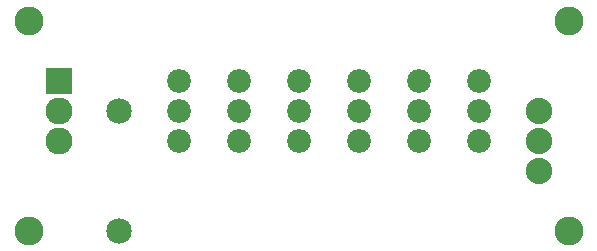
<source format=gbs>
G04 MADE WITH FRITZING*
G04 WWW.FRITZING.ORG*
G04 SINGLE SIDED*
G04 HOLES NOT PLATED*
G04 CONTOUR ON CENTER OF CONTOUR VECTOR*
%ASAXBY*%
%FSLAX23Y23*%
%MOIN*%
%OFA0B0*%
%SFA1.0B1.0*%
%ADD10C,0.079444*%
%ADD11C,0.085000*%
%ADD12C,0.090000*%
%ADD13C,0.088000*%
%ADD14C,0.096614*%
%ADD15R,0.090000X0.090000*%
%LNMASK0*%
G90*
G70*
G54D10*
X599Y403D03*
X599Y503D03*
X599Y603D03*
X799Y403D03*
X799Y503D03*
X799Y603D03*
X1399Y403D03*
X1399Y503D03*
X1399Y603D03*
X1199Y403D03*
X1199Y503D03*
X1199Y603D03*
X999Y403D03*
X999Y503D03*
X999Y603D03*
X1599Y403D03*
X1599Y503D03*
X1599Y603D03*
G54D11*
X399Y503D03*
X399Y103D03*
G54D12*
X199Y603D03*
X199Y503D03*
X199Y403D03*
G54D13*
X1799Y503D03*
X1799Y403D03*
X1799Y303D03*
G54D14*
X1899Y803D03*
X99Y803D03*
X1899Y103D03*
X99Y103D03*
G54D15*
X199Y603D03*
G04 End of Mask0*
M02*
</source>
